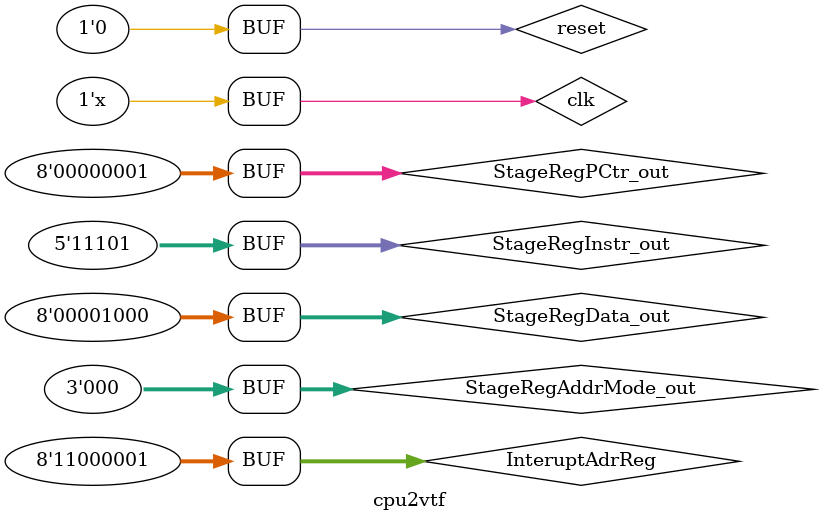
<source format=v>
`timescale 1ns / 1ps


module cpu2vtf;

	// Inputs
	reg [4:0] StageRegInstr_out;
	reg [2:0] StageRegAddrMode_out;
	reg [7:0] StageRegData_out;
reg [7:0]StageRegPCtr_out;
	reg clk;
	reg reset;
wire coutRegout,zeroRegout,overflowRegout;
	// Outputs
	wire [7:0] ACCout;

wire [7:0]NextPctr;	
wire StageComplete;
reg [7:0]InteruptAdrReg;

	// Instantiate the Unit Under Test (UUT)
	CPU2 uut (
		.StageRegInstr_out(StageRegInstr_out), 
		.StageRegAddrMode_out(StageRegAddrMode_out), 
		.StageRegData_out(StageRegData_out), .StageRegPCtr_out(StageRegPCtr_out),
		.clk(clk), 
		.reset(reset), 
		.ACCout(ACCout),
		.coutRegout(coutRegout),.zeroRegout(zeroRegout),.overflowRegout(overflowRegout),
		.NextPctr(NextPctr),
		.StageComplete(StageComplete),.InteruptAdrReg(InteruptAdrReg)
   
	);

	initial begin
		// Initialize Inputs
		StageRegInstr_out = 01000;
		StageRegAddrMode_out = 0;
		StageRegData_out = 20;
		clk = 0;
		reset = 0;
		StageRegPCtr_out=8'b00000001;
		InteruptAdrReg=8'b11000001;

		// Wait 100 ns for global reset to finish
		#100;
		reset =1;
      #50;
      reset =0;		
		// Add stimulus here
		

	end
	
	always begin
	#20 clk =~clk;
	end
	
initial  begin
	#380;
	reset =1;

		StageRegInstr_out = 5'b11010;
		StageRegAddrMode_out = 0;
		StageRegData_out = 4;
		
			#50 reset =0;
   end
		


initial  begin
	#1400;
	reset =1;

		StageRegInstr_out = 5'b11100;
		StageRegAddrMode_out = 0;
		StageRegData_out = 43;
		
			#50 reset =0;
   end


initial  begin
	#2000;
	reset =1;

		StageRegInstr_out = 5'b01000;
		StageRegAddrMode_out = 0;
		StageRegData_out = 8;
		
		#50 reset =0;
   end
	
initial  begin
	#2400;
	reset =1;

		StageRegInstr_out = 5'b11101;
		StageRegAddrMode_out = 1;
		StageRegData_out = 39;
		#50 reset =0;
   end	
	
initial  begin
	#3000;
	reset =1;

		StageRegInstr_out = 5'b11110;
		StageRegAddrMode_out = 2;
		StageRegData_out = 38;
		
		#50 reset =0;
   end
	
initial  begin
	#3300;
	reset =1;

		StageRegInstr_out = 5'b11101;
		StageRegAddrMode_out = 0;
		StageRegData_out = 8;
		
		#50 reset =0;
   end	
	
endmodule


</source>
